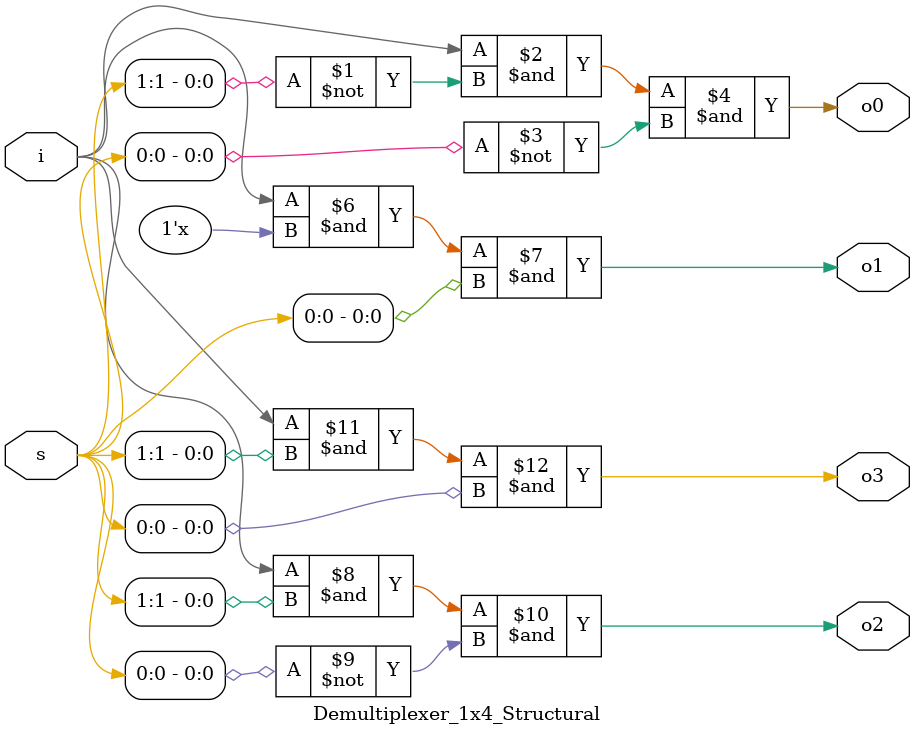
<source format=v>
`timescale 1ns / 1ps


module Demultiplexer_1x4_Structural(
    o0,     // output 0 
    o1,     // output 1
    o2,     // output 2
    o3,     // output 3
    i,      // input 
    s       // mode sel
    );
    
    output o0;
    output o1;
    output o2;
    output o3;
    input i; 
    input [1:0]s;
    
    and(o0, i, ~s[1], ~s[0]);
    and(o1, i, ~S[1], s[0]);
    and(o2, i, s[1], ~s[0]);
    and(o3, i, s[1], s[0]);
endmodule

</source>
